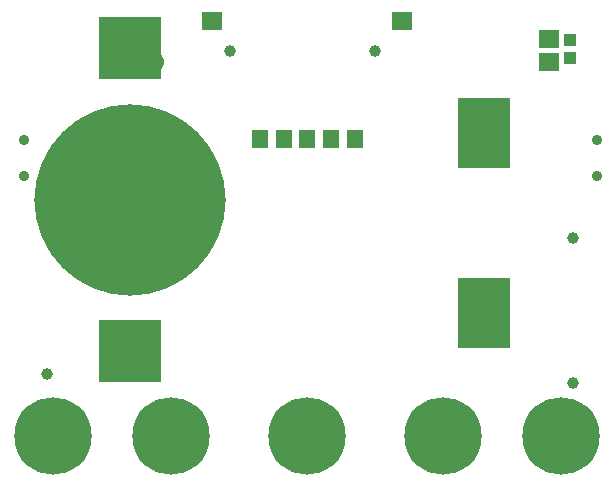
<source format=gbr>
G04 DipTrace 3.3.1.1*
G04 TopMask.gbr*
%MOIN*%
G04 #@! TF.FileFunction,Soldermask,Top*
G04 #@! TF.Part,Single*
%ADD35C,0.066929*%
%ADD36C,0.035433*%
%ADD37C,0.03937*%
%ADD41R,0.055118X0.062992*%
%ADD43R,0.066929X0.062992*%
%ADD52R,0.066929X0.059055*%
%ADD54R,0.177165X0.232283*%
%ADD60C,0.637795*%
%ADD62R,0.208661X0.208661*%
%ADD64C,0.257874*%
%ADD66R,0.03937X0.03937*%
%FSLAX26Y26*%
G04*
G70*
G90*
G75*
G01*
G04 TopMask*
%LPD*%
D66*
X2272638Y1948672D3*
Y1889617D3*
D64*
X551181Y629923D3*
X944882D3*
X1397638D3*
X1850394D3*
X2244094D3*
D62*
X807091Y913387D3*
D60*
Y1417324D3*
D62*
Y1921261D3*
D35*
X885748Y1874756D3*
Y1599165D3*
D54*
X1988189Y1037403D3*
Y1639765D3*
D52*
X2203887Y1875986D3*
Y1950789D3*
D36*
X2362205Y1614175D3*
Y1496064D3*
X452756D3*
Y1614175D3*
D37*
X2283465Y805119D3*
Y1289371D3*
D43*
X1714567Y2011812D3*
X1080709D3*
D41*
X1397638Y1618112D3*
X1476378D3*
X1318898D3*
X1240157D3*
X1555118D3*
D37*
X1139764Y1913387D3*
X1624016D3*
X531496Y1320867D3*
Y836615D3*
M02*

</source>
